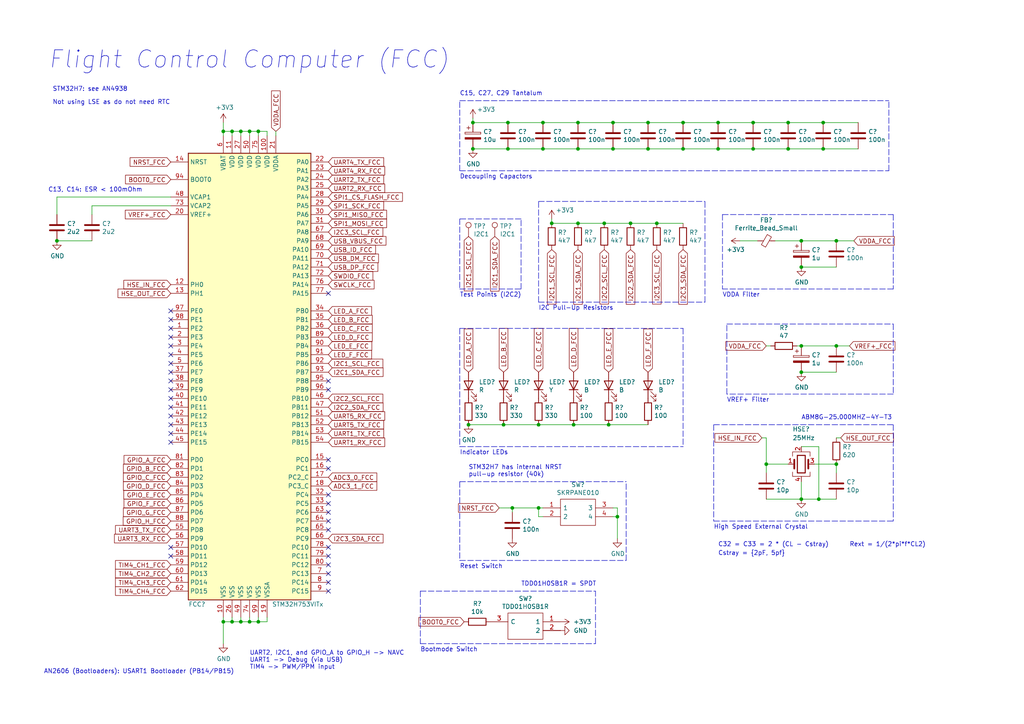
<source format=kicad_sch>
(kicad_sch (version 20231120) (generator "eeschema") (generator_version "8.0")
  (paper "A4")
  (title_block (title "Flight Control Computer") (date "2025-02-04") (rev "0.1"))
  (lib_symbols
    (symbol "Connector:TestPoint" (pin_numbers hide) (pin_names (offset 0.762) hide)
      (property "Reference" "TP" (at 0 6.858 0))
      (property "Value" "TestPoint" (at 0 5.08 0))
      (symbol "TestPoint_0_1"
        (circle (center 0 3.302) (radius 0.762))
      )
      (symbol "TestPoint_1_1"
        (pin passive line (at 0 0 90) (length 2.54) (name "1") (number "1"))
      )
    )
    (symbol "Device:C" (pin_numbers hide) (pin_names (offset 0.254))
      (property "Reference" "C" (at 0.635 2.54 0))
      (property "Value" "C" (at 0.635 -2.54 0))
      (symbol "C_0_1"
        (polyline (pts (xy -2.032 -0.762) (xy 2.032 -0.762)) (stroke (width 0.508)))
        (polyline (pts (xy -2.032 0.762) (xy 2.032 0.762)) (stroke (width 0.508)))
      )
      (symbol "C_1_1"
        (pin passive line (at 0 3.81 270) (length 2.794) (name "~") (number "1"))
        (pin passive line (at 0 -3.81 90) (length 2.794) (name "~") (number "2"))
      )
    )
    (symbol "Device:Crystal_GND24" (pin_names (offset 1.016) hide)
      (property "Reference" "Y" (at 3.175 5.08 0))
      (property "Value" "Crystal_GND24" (at 3.175 3.175 0))
      (symbol "Crystal_GND24_0_1"
        (rectangle (start -1.143 2.54) (end 1.143 -2.54) (stroke (width 0.3048)))
        (polyline (pts (xy -2.54 0) (xy -2.032 0)))
        (polyline (pts (xy -2.032 -1.27) (xy -2.032 1.27)) (stroke (width 0.508)))
        (polyline (pts (xy 0 -3.81) (xy 0 -3.556)))
        (polyline (pts (xy 0 3.556) (xy 0 3.81)))
        (polyline (pts (xy 2.032 -1.27) (xy 2.032 1.27)) (stroke (width 0.508)))
        (polyline (pts (xy 2.032 0) (xy 2.54 0)))
        (polyline (pts (xy -2.54 -2.286) (xy -2.54 -3.556) (xy 2.54 -3.556) (xy 2.54 -2.286)))
        (polyline (pts (xy -2.54 2.286) (xy -2.54 3.556) (xy 2.54 3.556) (xy 2.54 2.286)))
      )
      (symbol "Crystal_GND24_1_1"
        (pin passive line (at -3.81 0 0) (length 1.27) (name "1") (number "1"))
        (pin passive line (at 0 5.08 270) (length 1.27) (name "2") (number "2"))
        (pin passive line (at 3.81 0 180) (length 1.27) (name "3") (number "3"))
        (pin passive line (at 0 -5.08 90) (length 1.27) (name "4") (number "4"))
      )
    )
    (symbol "Device:LED" (pin_numbers hide) (pin_names (offset 1.016) hide)
      (property "Reference" "D" (at 0 2.54 0))
      (property "Value" "LED" (at 0 -2.54 0))
      (symbol "LED_0_1"
        (polyline (pts (xy -1.27 -1.27) (xy -1.27 1.27)) (stroke (width 0.254)))
        (polyline (pts (xy -1.27 0) (xy 1.27 0)))
        (polyline (pts (xy 1.27 -1.27) (xy 1.27 1.27) (xy -1.27 0) (xy 1.27 -1.27)) (stroke (width 0.254)))
        (polyline (pts (xy -3.048 -0.762) (xy -4.572 -2.286) (xy -3.81 -2.286) (xy -4.572 -2.286) (xy -4.572 -1.524)))
        (polyline (pts (xy -1.778 -0.762) (xy -3.302 -2.286) (xy -2.54 -2.286) (xy -3.302 -2.286) (xy -3.302 -1.524)))
      )
      (symbol "LED_1_1"
        (pin passive line (at -3.81 0 0) (length 2.54) (name "K") (number "1"))
        (pin passive line (at 3.81 0 180) (length 2.54) (name "A") (number "2"))
      )
    )
    (symbol "Device:R" (pin_numbers hide) (pin_names (offset 0))
      (property "Reference" "R" (at 2.032 0 90))
      (property "Value" "R" (at 0 0 90))
      (symbol "R_0_1"
        (rectangle (start -1.016 -2.54) (end 1.016 2.54) (stroke (width 0.254)))
      )
      (symbol "R_1_1"
        (pin passive line (at 0 3.81 270) (length 1.27) (name "~") (number "1"))
        (pin passive line (at 0 -3.81 90) (length 1.27) (name "~") (number "2"))
      )
    )
    (symbol "Hades-rescue:+3V3-power" (power) (pin_names (offset 0))
      (property "Value" "power:+3V3" (at 0 3.556 0))
      (symbol "+3V3-power_0_1"
        (polyline (pts (xy -0.762 1.27) (xy 0 2.54)))
        (polyline (pts (xy 0 0) (xy 0 2.54)))
        (polyline (pts (xy 0 2.54) (xy 0.762 1.27)))
      )
      (symbol "+3V3-power_1_1"
        (pin power_in line (at 0 0 90) (length 0) hide (name "+3V3") (number "1"))
      )
    )
    (symbol "Hades-rescue:CP-Device" (pin_numbers hide) (pin_names (offset 0.254))
      (property "Reference" "C" (at 0.635 2.54 0))
      (property "Value" "Device:CP" (at 0.635 -2.54 0))
      (symbol "CP-Device_0_1"
        (rectangle (start -2.286 0.508) (end -2.286 1.016))
        (rectangle (start -2.286 0.508) (end 2.286 0.508))
        (polyline (pts (xy -1.778 2.286) (xy -0.762 2.286)))
        (polyline (pts (xy -1.27 2.794) (xy -1.27 1.778)))
        (rectangle (start 2.286 -0.508) (end -2.286 -1.016) (fill (type outline)))
        (rectangle (start 2.286 1.016) (end -2.286 1.016))
        (rectangle (start 2.286 1.016) (end 2.286 0.508))
      )
      (symbol "CP-Device_1_1"
        (pin passive line (at 0 3.81 270) (length 2.794) (name "~") (number "1"))
        (pin passive line (at 0 -3.81 90) (length 2.794) (name "~") (number "2"))
      )
    )
    (symbol "Hades-rescue:Ferrite_Bead_Small-Device" (pin_numbers hide) (pin_names (offset 0))
      (property "Reference" "L" (at 1.905 1.27 0))
      (property "Value" "Device:Ferrite_Bead_Small" (at 1.905 -1.27 0))
      (symbol "Ferrite_Bead_Small-Device_0_1"
        (polyline (pts (xy 0 -1.27) (xy 0 -0.7874)))
        (polyline (pts (xy 0 0.889) (xy 0 1.2954)))
        (polyline (pts (xy -1.8288 0.2794) (xy -1.1176 1.4986) (xy 1.8288 -0.2032) (xy 1.1176 -1.4224) (xy -1.8288 0.2794)))
      )
      (symbol "Ferrite_Bead_Small-Device_1_1"
        (pin passive line (at 0 2.54 270) (length 1.27) (name "~") (number "1"))
        (pin passive line (at 0 -2.54 90) (length 1.27) (name "~") (number "2"))
      )
    )
    (symbol "Hades-rescue:GND-power" (power) (pin_names (offset 0))
      (property "Value" "power:GND" (at 0 -3.81 0))
      (symbol "GND-power_0_1"
        (polyline (pts (xy 0 0) (xy 0 -1.27) (xy 1.27 -1.27) (xy 0 -2.54) (xy -1.27 -1.27) (xy 0 -1.27)))
      )
      (symbol "GND-power_1_1"
        (pin power_in line (at 0 0 270) (length 0) hide (name "GND") (number "1"))
      )
    )
    (symbol "Hades-rescue:STM32H753VITx-MCU_ST_STM32H7"
      (property "Reference" "U" (at -17.78 64.77 0))
      (property "Value" "MCU_ST_STM32H7:STM32H753VITx" (at 10.16 64.77 0))
      (symbol "STM32H753VITx-MCU_ST_STM32H7_0_1"
        (rectangle (start -17.78 -66.04) (end 17.78 63.5) (stroke (width 0.254)) (fill (type background)))
      )
      (symbol "STM32H753VITx-MCU_ST_STM32H7_1_1"
        (pin bidirectional line (at -22.86 12.7 0) (length 5.08) (name "PE2") (number "1"))
        (pin power_in line (at -7.62 -71.12 90) (length 5.08) (name "VSS") (number "10"))
        (pin power_in line (at 5.08 68.58 270) (length 5.08) (name "VDD") (number "100"))
        (pin power_in line (at -5.08 68.58 270) (length 5.08) (name "VDD") (number "11"))
        (pin input line (at -22.86 25.4 0) (length 5.08) (name "PH0") (number "12"))
        (pin input line (at -22.86 22.86 0) (length 5.08) (name "PH1") (number "13"))
        (pin input line (at -22.86 60.96 0) (length 5.08) (name "NRST") (number "14"))
        (pin bidirectional line (at 22.86 -25.4 180) (length 5.08) (name "PC0") (number "15"))
        (pin bidirectional line (at 22.86 -27.94 180) (length 5.08) (name "PC1") (number "16"))
        (pin bidirectional line (at 22.86 -30.48 180) (length 5.08) (name "PC2_C") (number "17"))
        (pin bidirectional line (at 22.86 -33.02 180) (length 5.08) (name "PC3_C") (number "18"))
        (pin power_in line (at 5.08 -71.12 90) (length 5.08) (name "VSSA") (number "19"))
        (pin bidirectional line (at -22.86 10.16 0) (length 5.08) (name "PE3") (number "2"))
        (pin bidirectional line (at -22.86 45.72 0) (length 5.08) (name "VREF+") (number "20"))
        (pin power_in line (at 7.62 68.58 270) (length 5.08) (name "VDDA") (number "21"))
        (pin bidirectional line (at 22.86 60.96 180) (length 5.08) (name "PA0") (number "22"))
        (pin bidirectional line (at 22.86 58.42 180) (length 5.08) (name "PA1") (number "23"))
        (pin bidirectional line (at 22.86 55.88 180) (length 5.08) (name "PA2") (number "24"))
        (pin bidirectional line (at 22.86 53.34 180) (length 5.08) (name "PA3") (number "25"))
        (pin power_in line (at -5.08 -71.12 90) (length 5.08) (name "VSS") (number "26"))
        (pin power_in line (at -2.54 68.58 270) (length 5.08) (name "VDD") (number "27"))
        (pin bidirectional line (at 22.86 50.8 180) (length 5.08) (name "PA4") (number "28"))
        (pin bidirectional line (at 22.86 48.26 180) (length 5.08) (name "PA5") (number "29"))
        (pin bidirectional line (at -22.86 7.62 0) (length 5.08) (name "PE4") (number "3"))
        (pin bidirectional line (at 22.86 45.72 180) (length 5.08) (name "PA6") (number "30"))
        (pin bidirectional line (at 22.86 43.18 180) (length 5.08) (name "PA7") (number "31"))
        (pin bidirectional line (at 22.86 -35.56 180) (length 5.08) (name "PC4") (number "32"))
        (pin bidirectional line (at 22.86 -38.1 180) (length 5.08) (name "PC5") (number "33"))
        (pin bidirectional line (at 22.86 17.78 180) (length 5.08) (name "PB0") (number "34"))
        (pin bidirectional line (at 22.86 15.24 180) (length 5.08) (name "PB1") (number "35"))
        (pin bidirectional line (at 22.86 12.7 180) (length 5.08) (name "PB2") (number "36"))
        (pin bidirectional line (at -22.86 0 0) (length 5.08) (name "PE7") (number "37"))
        (pin bidirectional line (at -22.86 -2.54 0) (length 5.08) (name "PE8") (number "38"))
        (pin bidirectional line (at -22.86 -5.08 0) (length 5.08) (name "PE9") (number "39"))
        (pin bidirectional line (at -22.86 5.08 0) (length 5.08) (name "PE5") (number "4"))
        (pin bidirectional line (at -22.86 -7.62 0) (length 5.08) (name "PE10") (number "40"))
        (pin bidirectional line (at -22.86 -10.16 0) (length 5.08) (name "PE11") (number "41"))
        (pin bidirectional line (at -22.86 -12.7 0) (length 5.08) (name "PE12") (number "42"))
        (pin bidirectional line (at -22.86 -15.24 0) (length 5.08) (name "PE13") (number "43"))
        (pin bidirectional line (at -22.86 -17.78 0) (length 5.08) (name "PE14") (number "44"))
        (pin bidirectional line (at -22.86 -20.32 0) (length 5.08) (name "PE15") (number "45"))
        (pin bidirectional line (at 22.86 -7.62 180) (length 5.08) (name "PB10") (number "46"))
        (pin bidirectional line (at 22.86 -10.16 180) (length 5.08) (name "PB11") (number "47"))
        (pin power_in line (at -22.86 50.8 0) (length 5.08) (name "VCAP1") (number "48"))
        (pin power_in line (at -2.54 -71.12 90) (length 5.08) (name "VSS") (number "49"))
        (pin bidirectional line (at -22.86 2.54 0) (length 5.08) (name "PE6") (number "5"))
        (pin power_in line (at 0 68.58 270) (length 5.08) (name "VDD") (number "50"))
        (pin bidirectional line (at 22.86 -12.7 180) (length 5.08) (name "PB12") (number "51"))
        (pin bidirectional line (at 22.86 -15.24 180) (length 5.08) (name "PB13") (number "52"))
        (pin bidirectional line (at 22.86 -17.78 180) (length 5.08) (name "PB14") (number "53"))
        (pin bidirectional line (at 22.86 -20.32 180) (length 5.08) (name "PB15") (number "54"))
        (pin bidirectional line (at -22.86 -45.72 0) (length 5.08) (name "PD8") (number "55"))
        (pin bidirectional line (at -22.86 -48.26 0) (length 5.08) (name "PD9") (number "56"))
        (pin bidirectional line (at -22.86 -50.8 0) (length 5.08) (name "PD10") (number "57"))
        (pin bidirectional line (at -22.86 -53.34 0) (length 5.08) (name "PD11") (number "58"))
        (pin bidirectional line (at -22.86 -55.88 0) (length 5.08) (name "PD12") (number "59"))
        (pin power_in line (at -7.62 68.58 270) (length 5.08) (name "VBAT") (number "6"))
        (pin bidirectional line (at -22.86 -58.42 0) (length 5.08) (name "PD13") (number "60"))
        (pin bidirectional line (at -22.86 -60.96 0) (length 5.08) (name "PD14") (number "61"))
        (pin bidirectional line (at -22.86 -63.5 0) (length 5.08) (name "PD15") (number "62"))
        (pin bidirectional line (at 22.86 -40.64 180) (length 5.08) (name "PC6") (number "63"))
        (pin bidirectional line (at 22.86 -43.18 180) (length 5.08) (name "PC7") (number "64"))
        (pin bidirectional line (at 22.86 -45.72 180) (length 5.08) (name "PC8") (number "65"))
        (pin bidirectional line (at 22.86 -48.26 180) (length 5.08) (name "PC9") (number "66"))
        (pin bidirectional line (at 22.86 40.64 180) (length 5.08) (name "PA8") (number "67"))
        (pin bidirectional line (at 22.86 38.1 180) (length 5.08) (name "PA9") (number "68"))
        (pin bidirectional line (at 22.86 35.56 180) (length 5.08) (name "PA10") (number "69"))
        (pin bidirectional line (at 22.86 -58.42 180) (length 5.08) (name "PC13") (number "7"))
        (pin bidirectional line (at 22.86 33.02 180) (length 5.08) (name "PA11") (number "70"))
        (pin bidirectional line (at 22.86 30.48 180) (length 5.08) (name "PA12") (number "71"))
        (pin bidirectional line (at 22.86 27.94 180) (length 5.08) (name "PA13") (number "72"))
        (pin power_in line (at -22.86 48.26 0) (length 5.08) (name "VCAP2") (number "73"))
        (pin power_in line (at 0 -71.12 90) (length 5.08) (name "VSS") (number "74"))
        (pin power_in line (at 2.54 68.58 270) (length 5.08) (name "VDD") (number "75"))
        (pin bidirectional line (at 22.86 25.4 180) (length 5.08) (name "PA14") (number "76"))
        (pin bidirectional line (at 22.86 22.86 180) (length 5.08) (name "PA15") (number "77"))
        (pin bidirectional line (at 22.86 -50.8 180) (length 5.08) (name "PC10") (number "78"))
        (pin bidirectional line (at 22.86 -53.34 180) (length 5.08) (name "PC11") (number "79"))
        (pin bidirectional line (at 22.86 -60.96 180) (length 5.08) (name "PC14") (number "8"))
        (pin bidirectional line (at 22.86 -55.88 180) (length 5.08) (name "PC12") (number "80"))
        (pin bidirectional line (at -22.86 -25.4 0) (length 5.08) (name "PD0") (number "81"))
        (pin bidirectional line (at -22.86 -27.94 0) (length 5.08) (name "PD1") (number "82"))
        (pin bidirectional line (at -22.86 -30.48 0) (length 5.08) (name "PD2") (number "83"))
        (pin bidirectional line (at -22.86 -33.02 0) (length 5.08) (name "PD3") (number "84"))
        (pin bidirectional line (at -22.86 -35.56 0) (length 5.08) (name "PD4") (number "85"))
        (pin bidirectional line (at -22.86 -38.1 0) (length 5.08) (name "PD5") (number "86"))
        (pin bidirectional line (at -22.86 -40.64 0) (length 5.08) (name "PD6") (number "87"))
        (pin bidirectional line (at -22.86 -43.18 0) (length 5.08) (name "PD7") (number "88"))
        (pin bidirectional line (at 22.86 10.16 180) (length 5.08) (name "PB3") (number "89"))
        (pin bidirectional line (at 22.86 -63.5 180) (length 5.08) (name "PC15") (number "9"))
        (pin bidirectional line (at 22.86 7.62 180) (length 5.08) (name "PB4") (number "90"))
        (pin bidirectional line (at 22.86 5.08 180) (length 5.08) (name "PB5") (number "91"))
        (pin bidirectional line (at 22.86 2.54 180) (length 5.08) (name "PB6") (number "92"))
        (pin bidirectional line (at 22.86 0 180) (length 5.08) (name "PB7") (number "93"))
        (pin input line (at -22.86 55.88 0) (length 5.08) (name "BOOT0") (number "94"))
        (pin bidirectional line (at 22.86 -2.54 180) (length 5.08) (name "PB8") (number "95"))
        (pin bidirectional line (at 22.86 -5.08 180) (length 5.08) (name "PB9") (number "96"))
        (pin bidirectional line (at -22.86 17.78 0) (length 5.08) (name "PE0") (number "97"))
        (pin bidirectional line (at -22.86 15.24 0) (length 5.08) (name "PE1") (number "98"))
        (pin power_in line (at 2.54 -71.12 90) (length 5.08) (name "VSS") (number "99"))
      )
    )
    (symbol "SKRPANE010:SKRPANE010" (pin_names (offset 0.762))
      (property "Reference" "S" (at 16.51 7.62 0))
      (property "Value" "SKRPANE010" (at 16.51 5.08 0))
      (symbol "SKRPANE010_0_0"
        (pin unspecified line (at 0 0 0) (length 5.08) (name "1") (number "1"))
        (pin unspecified line (at 0 -2.54 0) (length 5.08) (name "2") (number "2"))
        (pin unspecified line (at 20.32 0 180) (length 5.08) (name "3") (number "3"))
        (pin unspecified line (at 20.32 -2.54 180) (length 5.08) (name "4") (number "4"))
      )
      (symbol "SKRPANE010_0_1"
        (polyline (pts (xy 5.08 2.54) (xy 15.24 2.54) (xy 15.24 -5.08) (xy 5.08 -5.08) (xy 5.08 2.54)) (stroke (width 0.1524)))
      )
    )
    (symbol "TDD01H0SB1R:TDD01H0SB1R" (pin_names (offset 0.762))
      (property "Reference" "S" (at 16.51 7.62 0))
      (property "Value" "TDD01H0SB1R" (at 16.51 5.08 0))
      (symbol "TDD01H0SB1R_0_0"
        (pin unspecified line (at 0 0 0) (length 5.08) (name "1") (number "1"))
        (pin unspecified line (at 0 -2.54 0) (length 5.08) (name "2") (number "2"))
        (pin unspecified line (at 20.32 0 180) (length 5.08) (name "C") (number "3"))
      )
      (symbol "TDD01H0SB1R_0_1"
        (polyline (pts (xy 5.08 2.54) (xy 15.24 2.54) (xy 15.24 -5.08) (xy 5.08 -5.08) (xy 5.08 2.54)) (stroke (width 0.1524)))
      )
    )
  )
  (junction (at 69.85 180.34))
  (junction (at 237.49 144.78))
  (junction (at 67.31 38.1))
  (junction (at 157.48 43.18))
  (junction (at 74.93 38.1))
  (junction (at 135.89 123.19))
  (junction (at 222.25 134.62))
  (junction (at 72.39 38.1))
  (junction (at 232.41 107.95))
  (junction (at 148.59 147.32))
  (junction (at 218.44 43.18))
  (junction (at 228.6 43.18))
  (junction (at 16.51 69.85))
  (junction (at 177.8 43.18))
  (junction (at 179.07 149.86))
  (junction (at 160.02 64.77))
  (junction (at 175.26 64.77))
  (junction (at 147.32 43.18))
  (junction (at 238.76 43.18))
  (junction (at 156.21 147.32))
  (junction (at 167.64 64.77))
  (junction (at 208.28 43.18))
  (junction (at 242.57 134.62))
  (junction (at 190.5 64.77))
  (junction (at 232.41 100.33))
  (junction (at 228.6 35.56))
  (junction (at 166.37 123.19))
  (junction (at 137.16 35.56))
  (junction (at 182.88 64.77))
  (junction (at 242.57 100.33))
  (junction (at 242.57 69.85))
  (junction (at 64.77 180.34))
  (junction (at 232.41 77.47))
  (junction (at 147.32 35.56))
  (junction (at 167.64 43.18))
  (junction (at 146.05 123.19))
  (junction (at 67.31 180.34))
  (junction (at 208.28 35.56))
  (junction (at 137.16 43.18))
  (junction (at 157.48 35.56))
  (junction (at 238.76 35.56))
  (junction (at 74.93 180.34))
  (junction (at 156.21 123.19))
  (junction (at 64.77 38.1))
  (junction (at 72.39 180.34))
  (junction (at 187.96 35.56))
  (junction (at 187.96 43.18))
  (junction (at 198.12 43.18))
  (junction (at 167.64 35.56))
  (junction (at 177.8 35.56))
  (junction (at 232.41 144.78))
  (junction (at 232.41 69.85))
  (junction (at 218.44 35.56))
  (junction (at 198.12 35.56))
  (junction (at 176.53 123.19))
  (junction (at 69.85 38.1))
  (no_connect (at 95.25 148.59))
  (no_connect (at 49.53 161.29))
  (no_connect (at 95.25 161.29))
  (no_connect (at 49.53 95.25))
  (no_connect (at 49.53 97.79))
  (no_connect (at 95.25 168.91))
  (no_connect (at 49.53 125.73))
  (no_connect (at 95.25 151.13))
  (no_connect (at 95.25 146.05))
  (no_connect (at 49.53 107.95))
  (no_connect (at 49.53 123.19))
  (no_connect (at 49.53 118.11))
  (no_connect (at 49.53 110.49))
  (no_connect (at 95.25 110.49))
  (no_connect (at 49.53 158.75))
  (no_connect (at 95.25 135.89))
  (no_connect (at 95.25 153.67))
  (no_connect (at 49.53 120.65))
  (no_connect (at 95.25 163.83))
  (no_connect (at 49.53 100.33))
  (no_connect (at 95.25 158.75))
  (no_connect (at 49.53 113.03))
  (no_connect (at 49.53 90.17))
  (no_connect (at 49.53 128.27))
  (no_connect (at 49.53 115.57))
  (no_connect (at 49.53 105.41))
  (no_connect (at 95.25 113.03))
  (no_connect (at 95.25 143.51))
  (no_connect (at 95.25 171.45))
  (no_connect (at 95.25 166.37))
  (no_connect (at 49.53 102.87))
  (no_connect (at 49.53 92.71))
  (no_connect (at 95.25 85.09))
  (no_connect (at 95.25 133.35))
  (wire (pts (xy 198.12 64.77) (xy 190.5 64.77)))
  (polyline (pts (xy 257.81 49.53) (xy 257.81 29.21)) (stroke (width 0) (type dash)))
  (polyline (pts (xy 133.35 49.53) (xy 257.81 49.53)) (stroke (width 0) (type dash)))
  (wire (pts (xy 177.8 147.32) (xy 179.07 147.32)))
  (wire (pts (xy 146.05 123.19) (xy 135.89 123.19)))
  (wire (pts (xy 166.37 123.19) (xy 156.21 123.19)))
  (wire (pts (xy 74.93 179.07) (xy 74.93 180.34)))
  (wire (pts (xy 74.93 38.1) (xy 72.39 38.1)))
  (polyline (pts (xy 151.13 63.5) (xy 133.35 63.5)) (stroke (width 0) (type dash)))
  (polyline (pts (xy 172.72 186.69) (xy 172.72 171.45)) (stroke (width 0) (type dash)))
  (wire (pts (xy 16.51 57.15) (xy 16.51 62.23)))
  (wire (pts (xy 176.53 123.19) (xy 166.37 123.19)))
  (polyline (pts (xy 204.47 87.63) (xy 204.47 58.42)) (stroke (width 0) (type dash)))
  (wire (pts (xy 77.47 39.37) (xy 77.47 38.1)))
  (wire (pts (xy 67.31 179.07) (xy 67.31 180.34)))
  (wire (pts (xy 72.39 39.37) (xy 72.39 38.1)))
  (wire (pts (xy 214.63 69.85) (xy 219.71 69.85)))
  (wire (pts (xy 156.21 149.86) (xy 156.21 147.32)))
  (polyline (pts (xy 133.35 129.54) (xy 198.12 129.54)) (stroke (width 0) (type dash)))
  (wire (pts (xy 137.16 34.29) (xy 137.16 35.56)))
  (wire (pts (xy 222.25 127) (xy 220.98 127)))
  (wire (pts (xy 26.67 69.85) (xy 16.51 69.85)))
  (polyline (pts (xy 121.92 186.69) (xy 172.72 186.69)) (stroke (width 0) (type dash)))
  (polyline (pts (xy 133.35 95.25) (xy 133.35 129.54)) (stroke (width 0) (type dash)))
  (wire (pts (xy 242.57 144.78) (xy 237.49 144.78)))
  (wire (pts (xy 179.07 149.86) (xy 179.07 156.21)))
  (wire (pts (xy 144.78 147.32) (xy 148.59 147.32)))
  (wire (pts (xy 64.77 38.1) (xy 64.77 39.37)))
  (wire (pts (xy 187.96 35.56) (xy 198.12 35.56)))
  (polyline (pts (xy 121.92 171.45) (xy 172.72 171.45)) (stroke (width 0) (type dash)))
  (wire (pts (xy 26.67 59.69) (xy 49.53 59.69)))
  (polyline (pts (xy 210.82 114.3) (xy 210.82 93.98)) (stroke (width 0) (type dash)))
  (polyline (pts (xy 133.35 83.82) (xy 151.13 83.82)) (stroke (width 0) (type dash)))
  (wire (pts (xy 182.88 64.77) (xy 175.26 64.77)))
  (wire (pts (xy 208.28 35.56) (xy 198.12 35.56)))
  (wire (pts (xy 74.93 39.37) (xy 74.93 38.1)))
  (wire (pts (xy 67.31 38.1) (xy 64.77 38.1)))
  (wire (pts (xy 67.31 39.37) (xy 67.31 38.1)))
  (wire (pts (xy 179.07 147.32) (xy 179.07 149.86)))
  (wire (pts (xy 77.47 179.07) (xy 77.47 180.34)))
  (wire (pts (xy 69.85 39.37) (xy 69.85 38.1)))
  (wire (pts (xy 222.25 127) (xy 222.25 134.62)))
  (wire (pts (xy 148.59 148.59) (xy 148.59 147.32)))
  (wire (pts (xy 69.85 179.07) (xy 69.85 180.34)))
  (wire (pts (xy 218.44 35.56) (xy 208.28 35.56)))
  (polyline (pts (xy 133.35 49.53) (xy 133.35 29.21)) (stroke (width 0) (type dash)))
  (polyline (pts (xy 133.35 63.5) (xy 133.35 83.82)) (stroke (width 0) (type dash)))
  (wire (pts (xy 160.02 63.5) (xy 160.02 64.77)))
  (wire (pts (xy 69.85 38.1) (xy 67.31 38.1)))
  (polyline (pts (xy 121.92 171.45) (xy 121.92 186.69)) (stroke (width 0) (type dash)))
  (wire (pts (xy 26.67 59.69) (xy 26.67 62.23)))
  (polyline (pts (xy 151.13 83.82) (xy 151.13 63.5)) (stroke (width 0) (type dash)))
  (wire (pts (xy 16.51 57.15) (xy 49.53 57.15)))
  (polyline (pts (xy 156.21 58.42) (xy 204.47 58.42)) (stroke (width 0) (type dash)))
  (polyline (pts (xy 207.01 123.19) (xy 207.01 151.13)) (stroke (width 0) (type dash)))
  (wire (pts (xy 237.49 144.78) (xy 232.41 144.78)))
  (wire (pts (xy 232.41 129.54) (xy 237.49 129.54)))
  (wire (pts (xy 137.16 35.56) (xy 147.32 35.56)))
  (wire (pts (xy 247.65 69.85) (xy 242.57 69.85)))
  (polyline (pts (xy 133.35 139.7) (xy 181.61 139.7)) (stroke (width 0) (type dash)))
  (wire (pts (xy 157.48 43.18) (xy 147.32 43.18)))
  (wire (pts (xy 148.59 147.32) (xy 156.21 147.32)))
  (polyline (pts (xy 259.08 62.23) (xy 259.08 83.82)) (stroke (width 0) (type dash)))
  (wire (pts (xy 232.41 100.33) (xy 242.57 100.33)))
  (wire (pts (xy 187.96 43.18) (xy 177.8 43.18)))
  (polyline (pts (xy 259.08 93.98) (xy 259.08 114.3)) (stroke (width 0) (type dash)))
  (wire (pts (xy 248.92 43.18) (xy 238.76 43.18)))
  (wire (pts (xy 223.52 100.33) (xy 222.25 100.33)))
  (polyline (pts (xy 133.35 29.21) (xy 257.81 29.21)) (stroke (width 0) (type dash)))
  (wire (pts (xy 167.64 35.56) (xy 177.8 35.56)))
  (wire (pts (xy 243.84 127) (xy 242.57 127)))
  (wire (pts (xy 72.39 179.07) (xy 72.39 180.34)))
  (wire (pts (xy 246.38 100.33) (xy 242.57 100.33)))
  (wire (pts (xy 177.8 35.56) (xy 187.96 35.56)))
  (polyline (pts (xy 209.55 62.23) (xy 209.55 83.82)) (stroke (width 0) (type dash)))
  (wire (pts (xy 218.44 43.18) (xy 208.28 43.18)))
  (polyline (pts (xy 259.08 114.3) (xy 210.82 114.3)) (stroke (width 0) (type dash)))
  (wire (pts (xy 242.57 137.16) (xy 242.57 134.62)))
  (wire (pts (xy 157.48 149.86) (xy 156.21 149.86)))
  (wire (pts (xy 242.57 69.85) (xy 232.41 69.85)))
  (wire (pts (xy 238.76 35.56) (xy 228.6 35.56)))
  (wire (pts (xy 72.39 180.34) (xy 69.85 180.34)))
  (wire (pts (xy 72.39 38.1) (xy 69.85 38.1)))
  (wire (pts (xy 176.53 123.19) (xy 187.96 123.19)))
  (wire (pts (xy 80.01 39.37) (xy 80.01 38.1)))
  (wire (pts (xy 222.25 144.78) (xy 232.41 144.78)))
  (polyline (pts (xy 133.35 139.7) (xy 133.35 162.56)) (stroke (width 0) (type dash)))
  (wire (pts (xy 248.92 35.56) (xy 238.76 35.56)))
  (wire (pts (xy 238.76 43.18) (xy 228.6 43.18)))
  (polyline (pts (xy 210.82 93.98) (xy 259.08 93.98)) (stroke (width 0) (type dash)))
  (wire (pts (xy 228.6 43.18) (xy 218.44 43.18)))
  (wire (pts (xy 77.47 180.34) (xy 74.93 180.34)))
  (wire (pts (xy 222.25 134.62) (xy 228.6 134.62)))
  (wire (pts (xy 222.25 137.16) (xy 222.25 134.62)))
  (wire (pts (xy 190.5 64.77) (xy 182.88 64.77)))
  (wire (pts (xy 167.64 43.18) (xy 157.48 43.18)))
  (wire (pts (xy 232.41 107.95) (xy 242.57 107.95)))
  (polyline (pts (xy 156.21 87.63) (xy 156.21 58.42)) (stroke (width 0) (type dash)))
  (polyline (pts (xy 259.08 123.19) (xy 259.08 151.13)) (stroke (width 0) (type dash)))
  (wire (pts (xy 175.26 64.77) (xy 167.64 64.77)))
  (wire (pts (xy 224.79 69.85) (xy 232.41 69.85)))
  (wire (pts (xy 64.77 180.34) (xy 64.77 179.07)))
  (wire (pts (xy 167.64 64.77) (xy 160.02 64.77)))
  (wire (pts (xy 242.57 77.47) (xy 232.41 77.47)))
  (wire (pts (xy 237.49 129.54) (xy 237.49 144.78)))
  (polyline (pts (xy 207.01 151.13) (xy 259.08 151.13)) (stroke (width 0) (type dash)))
  (polyline (pts (xy 133.35 162.56) (xy 181.61 162.56)) (stroke (width 0) (type dash)))
  (polyline (pts (xy 207.01 123.19) (xy 259.08 123.19)) (stroke (width 0) (type dash)))
  (wire (pts (xy 208.28 43.18) (xy 198.12 43.18)))
  (wire (pts (xy 147.32 43.18) (xy 137.16 43.18)))
  (polyline (pts (xy 259.08 83.82) (xy 209.55 83.82)) (stroke (width 0) (type dash)))
  (wire (pts (xy 69.85 180.34) (xy 67.31 180.34)))
  (polyline (pts (xy 156.21 87.63) (xy 204.47 87.63)) (stroke (width 0) (type dash)))
  (wire (pts (xy 242.57 134.62) (xy 236.22 134.62)))
  (polyline (pts (xy 209.55 62.23) (xy 259.08 62.23)) (stroke (width 0) (type dash)))
  (wire (pts (xy 231.14 100.33) (xy 232.41 100.33)))
  (wire (pts (xy 77.47 38.1) (xy 74.93 38.1)))
  (wire (pts (xy 67.31 180.34) (xy 64.77 180.34)))
  (wire (pts (xy 74.93 180.34) (xy 72.39 180.34)))
  (wire (pts (xy 156.21 147.32) (xy 157.48 147.32)))
  (polyline (pts (xy 198.12 95.25) (xy 198.12 129.54)) (stroke (width 0) (type dash)))
  (polyline (pts (xy 133.35 95.25) (xy 198.12 95.25)) (stroke (width 0) (type dash)))
  (wire (pts (xy 64.77 186.69) (xy 64.77 180.34)))
  (wire (pts (xy 147.32 35.56) (xy 157.48 35.56)))
  (wire (pts (xy 232.41 139.7) (xy 232.41 144.78)))
  (wire (pts (xy 64.77 35.56) (xy 64.77 38.1)))
  (polyline (pts (xy 181.61 162.56) (xy 181.61 139.7)) (stroke (width 0) (type dash)))
  (wire (pts (xy 177.8 43.18) (xy 167.64 43.18)))
  (wire (pts (xy 157.48 35.56) (xy 167.64 35.56)))
  (wire (pts (xy 177.8 149.86) (xy 179.07 149.86)))
  (wire (pts (xy 198.12 43.18) (xy 187.96 43.18)))
  (wire (pts (xy 156.21 123.19) (xy 146.05 123.19)))
  (wire (pts (xy 228.6 35.56) (xy 218.44 35.56)))
  (text "VDDA Filter" (at 209.55 86.36 0) (effects (font (size 1.27 1.27)) (justify left bottom)))
  (text "Cstray = {2pF, 5pf}" (at 208.28 161.29 0) (effects (font (size 1.27 1.27)) (justify left bottom)))
  (text "Not using LSE as do not need RTC" (at 15.24 30.48 0) (effects (font (size 1.27 1.27)) (justify left bottom)))
  (text "Flight Control Computer (FCC)" (at 13.97 20.32 0) (effects (font (size 5.0038 5.0038) (italic yes)) (justify left bottom)))
  (text "I2C Pull-Up Resistors" (at 156.21 90.17 0) (effects (font (size 1.27 1.27)) (justify left bottom)))
  (text "C15, C27, C29 Tantalum" (at 133.35 27.94 0) (effects (font (size 1.27 1.27)) (justify left bottom)))
  (text "High Speed External Crystal" (at 207.01 153.67 0) (effects (font (size 1.27 1.27)) (justify left bottom)))
  (text "Indicator LEDs" (at 133.35 132.08 0) (effects (font (size 1.27 1.27)) (justify left bottom)))
  (text "Reset Switch" (at 133.35 165.1 0) (effects (font (size 1.27 1.27)) (justify left bottom)))
  (text "C13, C14: ESR < 100mOhm" (at 13.97 55.88 0) (effects (font (size 1.27 1.27)) (justify left bottom)))
  (text "AN2606 (Bootloaders): USART1 Bootloader (PB14/PB15)" (at 12.7 195.58 0) (effects (font (size 1.27 1.27)) (justify left bottom)))
  (text "Decoupling Capactors" (at 133.35 52.07 0) (effects (font (size 1.27 1.27)) (justify left bottom)))
  (text "C32 = C33 = 2 * (CL - Cstray)" (at 208.28 158.75 0) (effects (font (size 1.27 1.27)) (justify left bottom)))
  (text "Bootmode Switch" (at 121.92 189.23 0) (effects (font (size 1.27 1.27)) (justify left bottom)))
  (text "UART2, I2C1, and GPIO_A to GPIO_H -> NAVC\nUART1 -> Debug (via USB)\nTIM4 -> PWM/PPM input\n" (at 72.39 194.31 0) (effects (font (size 1.27 1.27)) (justify left bottom)))
  (text "Test Points (I2C2)" (at 133.35 86.36 0) (effects (font (size 1.27 1.27)) (justify left bottom)))
  (text "STM32H7 has internal NRST \npull-up resistor (40k)" (at 135.89 138.43 0) (effects (font (size 1.27 1.27)) (justify left bottom)))
  (text "STM32H7: see AN4938" (at 15.24 26.67 0) (effects (font (size 1.27 1.27)) (justify left bottom)))
  (text "Rext = 1/(2*pi*f*CL2)" (at 246.38 158.75 0) (effects (font (size 1.27 1.27)) (justify left bottom)))
  (text "ABM8G-25.000MHZ-4Y-T3" (at 232.41 121.92 0) (effects (font (size 1.27 1.27)) (justify left bottom)))
  (text "TDD01H0SB1R = SPDT" (at 151.13 170.18 0) (effects (font (size 1.27 1.27)) (justify left bottom)))
  (text "VREF+ Filter" (at 210.82 116.84 0) (effects (font (size 1.27 1.27)) (justify left bottom)))
  (global_label "TIM4_CH1_FCC" (shape input) (at 49.53 163.83 180) (property "Intersheetrefs" "${INTERSHEET_REFS}" (effects (hide yes))))
  (global_label "I2C2_SCL_FCC" (shape input) (at 95.25 115.57 0) (property "Intersheetrefs" "${INTERSHEET_REFS}" (effects (hide yes))))
  (global_label "LED_E_FCC" (shape input) (at 95.25 100.33 0) (property "Intersheetrefs" "${INTERSHEET_REFS}" (effects (hide yes))))
  (global_label "SPI1_CS_FLASH_FCC" (shape input) (at 95.25 57.15 0) (property "Intersheetrefs" "${INTERSHEET_REFS}" (effects (hide yes))))
  (global_label "I2C2_SCL_FCC" (shape input) (at 175.26 72.39 270) (property "Intersheetrefs" "${INTERSHEET_REFS}" (effects (hide yes))))
  (global_label "NRST_FCC" (shape input) (at 49.53 46.99 180) (property "Intersheetrefs" "${INTERSHEET_REFS}" (effects (hide yes))))
  (global_label "HSE_IN_FCC" (shape input) (at 220.98 127 180) (property "Intersheetrefs" "${INTERSHEET_REFS}" (effects (hide yes))))
  (global_label "SPI1_MISO_FCC" (shape input) (at 95.25 62.23 0) (property "Intersheetrefs" "${INTERSHEET_REFS}" (effects (hide yes))))
  (global_label "BOOT0_FCC" (shape input) (at 49.53 52.07 180) (property "Intersheetrefs" "${INTERSHEET_REFS}" (effects (hide yes))))
  (global_label "LED_F_FCC" (shape input) (at 95.25 102.87 0) (property "Intersheetrefs" "${INTERSHEET_REFS}" (effects (hide yes))))
  (global_label "VREF+_FCC" (shape input) (at 246.38 100.33 0) (property "Intersheetrefs" "${INTERSHEET_REFS}" (effects (hide yes))))
  (global_label "UART1_TX_FCC" (shape input) (at 95.25 125.73 0) (property "Intersheetrefs" "${INTERSHEET_REFS}" (effects (hide yes))))
  (global_label "I2C1_SCL_FCC" (shape input) (at 160.02 72.39 270) (property "Intersheetrefs" "${INTERSHEET_REFS}" (effects (hide yes))))
  (global_label "I2C3_SDA_FCC" (shape input) (at 95.25 156.21 0) (property "Intersheetrefs" "${INTERSHEET_REFS}" (effects (hide yes))))
  (global_label "GPIO_B_FCC" (shape input) (at 49.53 135.89 180) (property "Intersheetrefs" "${INTERSHEET_REFS}" (effects (hide yes))))
  (global_label "LED_F_FCC" (shape input) (at 187.96 107.95 90) (property "Intersheetrefs" "${INTERSHEET_REFS}" (effects (hide yes))))
  (global_label "SPI1_MOSI_FCC" (shape input) (at 95.25 64.77 0) (property "Intersheetrefs" "${INTERSHEET_REFS}" (effects (hide yes))))
  (global_label "GPIO_D_FCC" (shape input) (at 49.53 140.97 180) (property "Intersheetrefs" "${INTERSHEET_REFS}" (effects (hide yes))))
  (global_label "LED_A_FCC" (shape input) (at 135.89 107.95 90) (property "Intersheetrefs" "${INTERSHEET_REFS}" (effects (hide yes))))
  (global_label "BOOT0_FCC" (shape input) (at 134.62 180.34 180) (property "Intersheetrefs" "${INTERSHEET_REFS}" (effects (hide yes))))
  (global_label "ADC3_0_FCC" (shape input) (at 95.25 138.43 0) (property "Intersheetrefs" "${INTERSHEET_REFS}" (effects (hide yes))))
  (global_label "UART4_RX_FCC" (shape input) (at 95.25 49.53 0) (property "Intersheetrefs" "${INTERSHEET_REFS}" (effects (hide yes))))
  (global_label "UART1_RX_FCC" (shape input) (at 95.25 128.27 0) (property "Intersheetrefs" "${INTERSHEET_REFS}" (effects (hide yes))))
  (global_label "GPIO_E_FCC" (shape input) (at 49.53 143.51 180) (property "Intersheetrefs" "${INTERSHEET_REFS}" (effects (hide yes))))
  (global_label "TIM4_CH4_FCC" (shape input) (at 49.53 171.45 180) (property "Intersheetrefs" "${INTERSHEET_REFS}" (effects (hide yes))))
  (global_label "TIM4_CH3_FCC" (shape input) (at 49.53 168.91 180) (property "Intersheetrefs" "${INTERSHEET_REFS}" (effects (hide yes))))
  (global_label "I2C1_SCL_FCC" (shape input) (at 95.25 105.41 0) (property "Intersheetrefs" "${INTERSHEET_REFS}" (effects (hide yes))))
  (global_label "NRST_FCC" (shape input) (at 144.78 147.32 180) (property "Intersheetrefs" "${INTERSHEET_REFS}" (effects (hide yes))))
  (global_label "USB_VBUS_FCC" (shape input) (at 95.25 69.85 0) (property "Intersheetrefs" "${INTERSHEET_REFS}" (effects (hide yes))))
  (global_label "I2C3_SCL_FCC" (shape input) (at 190.5 72.39 270) (property "Intersheetrefs" "${INTERSHEET_REFS}" (effects (hide yes))))
  (global_label "UART3_RX_FCC" (shape input) (at 49.53 156.21 180) (property "Intersheetrefs" "${INTERSHEET_REFS}" (effects (hide yes))))
  (global_label "UART2_TX_FCC" (shape input) (at 95.25 52.07 0) (property "Intersheetrefs" "${INTERSHEET_REFS}" (effects (hide yes))))
  (global_label "LED_C_FCC" (shape input) (at 95.25 95.25 0) (property "Intersheetrefs" "${INTERSHEET_REFS}" (effects (hide yes))))
  (global_label "USB_ID_FCC" (shape input) (at 95.25 72.39 0) (property "Intersheetrefs" "${INTERSHEET_REFS}" (effects (hide yes))))
  (global_label "GPIO_A_FCC" (shape input) (at 49.53 133.35 180) (property "Intersheetrefs" "${INTERSHEET_REFS}" (effects (hide yes))))
  (global_label "I2C3_SCL_FCC" (shape input) (at 95.25 67.31 0) (property "Intersheetrefs" "${INTERSHEET_REFS}" (effects (hide yes))))
  (global_label "UART4_TX_FCC" (shape input) (at 95.25 46.99 0) (property "Intersheetrefs" "${INTERSHEET_REFS}" (effects (hide yes))))
  (global_label "USB_DM_FCC" (shape input) (at 95.25 74.93 0) (property "Intersheetrefs" "${INTERSHEET_REFS}" (effects (hide yes))))
  (global_label "HSE_OUT_FCC" (shape input) (at 243.84 127 0) (property "Intersheetrefs" "${INTERSHEET_REFS}" (effects (hide yes))))
  (global_label "I2C2_SDA_FCC" (shape input) (at 182.88 72.39 270) (property "Intersheetrefs" "${INTERSHEET_REFS}" (effects (hide yes))))
  (global_label "HSE_OUT_FCC" (shape input) (at 49.53 85.09 180) (property "Intersheetrefs" "${INTERSHEET_REFS}" (effects (hide yes))))
  (global_label "UART2_RX_FCC" (shape input) (at 95.25 54.61 0) (property "Intersheetrefs" "${INTERSHEET_REFS}" (effects (hide yes))))
  (global_label "SWCLK_FCC" (shape input) (at 95.25 82.55 0) (property "Intersheetrefs" "${INTERSHEET_REFS}" (effects (hide yes))))
  (global_label "I2C2_SDA_FCC" (shape input) (at 95.25 118.11 0) (property "Intersheetrefs" "${INTERSHEET_REFS}" (effects (hide yes))))
  (global_label "LED_B_FCC" (shape input) (at 95.25 92.71 0) (property "Intersheetrefs" "${INTERSHEET_REFS}" (effects (hide yes))))
  (global_label "GPIO_H_FCC" (shape input) (at 49.53 151.13 180) (property "Intersheetrefs" "${INTERSHEET_REFS}" (effects (hide yes))))
  (global_label "GPIO_F_FCC" (shape input) (at 49.53 146.05 180) (property "Intersheetrefs" "${INTERSHEET_REFS}" (effects (hide yes))))
  (global_label "LED_C_FCC" (shape input) (at 156.21 107.95 90) (property "Intersheetrefs" "${INTERSHEET_REFS}" (effects (hide yes))))
  (global_label "TIM4_CH2_FCC" (shape input) (at 49.53 166.37 180) (property "Intersheetrefs" "${INTERSHEET_REFS}" (effects (hide yes))))
  (global_label "VDDA_FCC" (shape input) (at 80.01 38.1 90) (property "Intersheetrefs" "${INTERSHEET_REFS}" (effects (hide yes))))
  (global_label "I2C1_SCL_FCC" (shape input) (at 135.89 68.58 270) (property "Intersheetrefs" "${INTERSHEET_REFS}" (effects (hide yes))))
  (global_label "GPIO_C_FCC" (shape input) (at 49.53 138.43 180) (property "Intersheetrefs" "${INTERSHEET_REFS}" (effects (hide yes))))
  (global_label "LED_E_FCC" (shape input) (at 176.53 107.95 90) (property "Intersheetrefs" "${INTERSHEET_REFS}" (effects (hide yes))))
  (global_label "VDDA_FCC" (shape input) (at 222.25 100.33 180) (property "Intersheetrefs" "${INTERSHEET_REFS}" (effects (hide yes))))
  (global_label "LED_A_FCC" (shape input) (at 95.25 90.17 0) (property "Intersheetrefs" "${INTERSHEET_REFS}" (effects (hide yes))))
  (global_label "UART5_RX_FCC" (shape input) (at 95.25 120.65 0) (property "Intersheetrefs" "${INTERSHEET_REFS}" (effects (hide yes))))
  (global_label "HSE_IN_FCC" (shape input) (at 49.53 82.55 180) (property "Intersheetrefs" "${INTERSHEET_REFS}" (effects (hide yes))))
  (global_label "I2C1_SDA_FCC" (shape input) (at 167.64 72.39 270) (property "Intersheetrefs" "${INTERSHEET_REFS}" (effects (hide yes))))
  (global_label "USB_DP_FCC" (shape input) (at 95.25 77.47 0) (property "Intersheetrefs" "${INTERSHEET_REFS}" (effects (hide yes))))
  (global_label "VDDA_FCC" (shape input) (at 247.65 69.85 0) (property "Intersheetrefs" "${INTERSHEET_REFS}" (effects (hide yes))))
  (global_label "VREF+_FCC" (shape input) (at 49.53 62.23 180) (property "Intersheetrefs" "${INTERSHEET_REFS}" (effects (hide yes))))
  (global_label "UART5_TX_FCC" (shape input) (at 95.25 123.19 0) (property "Intersheetrefs" "${INTERSHEET_REFS}" (effects (hide yes))))
  (global_label "SPI1_SCK_FCC" (shape input) (at 95.25 59.69 0) (property "Intersheetrefs" "${INTERSHEET_REFS}" (effects (hide yes))))
  (global_label "SWDIO_FCC" (shape input) (at 95.25 80.01 0) (property "Intersheetrefs" "${INTERSHEET_REFS}" (effects (hide yes))))
  (global_label "LED_D_FCC" (shape input) (at 166.37 107.95 90) (property "Intersheetrefs" "${INTERSHEET_REFS}" (effects (hide yes))))
  (global_label "I2C3_SDA_FCC" (shape input) (at 198.12 72.39 270) (property "Intersheetrefs" "${INTERSHEET_REFS}" (effects (hide yes))))
  (global_label "I2C1_SDA_FCC" (shape input) (at 95.25 107.95 0) (property "Intersheetrefs" "${INTERSHEET_REFS}" (effects (hide yes))))
  (global_label "UART3_TX_FCC" (shape input) (at 49.53 153.67 180) (property "Intersheetrefs" "${INTERSHEET_REFS}" (effects (hide yes))))
  (global_label "LED_B_FCC" (shape input) (at 146.05 107.95 90) (property "Intersheetrefs" "${INTERSHEET_REFS}" (effects (hide yes))))
  (global_label "LED_D_FCC" (shape input) (at 95.25 97.79 0) (property "Intersheetrefs" "${INTERSHEET_REFS}" (effects (hide yes))))
  (global_label "GPIO_G_FCC" (shape input) (at 49.53 148.59 180) (property "Intersheetrefs" "${INTERSHEET_REFS}" (effects (hide yes))))
  (global_label "ADC3_1_FCC" (shape input) (at 95.25 140.97 0) (property "Intersheetrefs" "${INTERSHEET_REFS}" (effects (hide yes))))
  (global_label "I2C1_SDA_FCC" (shape input) (at 143.51 68.58 270) (property "Intersheetrefs" "${INTERSHEET_REFS}" (effects (hide yes))))
  (symbol (lib_id "Device:R") (at 160.02 68.58 0) (unit 1)
    (property "Reference" "R?" (at 161.798 67.4116 0) (effects (justify left)))
    (property "Value" "4k7" (at 161.798 69.723 0) (effects (justify left)))
    (property "Footprint" "Resistor_SMD:R_0402_1005Metric" (effects (hide yes)))
  )
  (symbol (lib_id "Device:R") (at 167.64 68.58 0) (unit 1)
    (property "Reference" "R?" (at 169.418 67.4116 0) (effects (justify left)))
    (property "Value" "4k7" (at 169.418 69.723 0) (effects (justify left)))
    (property "Footprint" "Resistor_SMD:R_0402_1005Metric" (effects (hide yes)))
  )
  (symbol (lib_id "Hades-rescue:STM32H753VITx-MCU_ST_STM32H7") (at 72.39 107.95 0) (unit 1)
    (property "Reference" "FCC?" (at 57.15 175.26 0))
    (property "Value" "STM32H753VITx" (at 86.36 175.26 0))
    (property "Footprint" "Package_QFP:LQFP-100_14x14mm_P0.5mm" (effects (hide yes)))
    (property "Datasheet" "http://www.st.com/st-web-ui/static/active/en/resource/technical/document/datasheet/DM00388325.pdf" (effects (hide yes)))
  )
  (symbol (lib_id "Hades-rescue:GND-power") (at 64.77 186.69 0) (unit 1)
    (property "Reference" "#PWR?" (effects (hide yes)))
    (property "Value" "GND" (at 64.897 191.0842 0))
  )
  (symbol (lib_id "Device:C") (at 16.51 66.04 0) (unit 1)
    (property "Reference" "C?" (at 19.431 64.8716 0) (effects (justify left)))
    (property "Value" "2u2" (at 19.431 67.183 0) (effects (justify left)))
    (property "Footprint" "Capacitor_SMD:C_0603_1608Metric" (effects (hide yes)))
  )
  (symbol (lib_id "Device:C") (at 26.67 66.04 0) (unit 1)
    (property "Reference" "C?" (at 29.591 64.8716 0) (effects (justify left)))
    (property "Value" "2u2" (at 29.591 67.183 0) (effects (justify left)))
    (property "Footprint" "Capacitor_SMD:C_0603_1608Metric" (effects (hide yes)))
  )
  (symbol (lib_id "Hades-rescue:GND-power") (at 16.51 69.85 0) (unit 1)
    (property "Reference" "#PWR?" (effects (hide yes)))
    (property "Value" "GND" (at 16.637 74.2442 0))
  )
  (symbol (lib_id "Device:C") (at 147.32 39.37 0) (unit 1)
    (property "Reference" "C?" (at 150.241 38.2016 0) (effects (justify left)))
    (property "Value" "100n" (at 150.241 40.513 0) (effects (justify left)))
    (property "Footprint" "Capacitor_SMD:C_0402_1005Metric" (effects (hide yes)))
  )
  (symbol (lib_id "Hades-rescue:CP-Device") (at 137.16 39.37 0) (unit 1)
    (property "Reference" "C?" (at 140.1572 38.2016 0) (effects (justify left)))
    (property "Value" "10u" (at 140.1572 40.513 0) (effects (justify left)))
    (property "Footprint" "Capacitor_SMD:C_0603_1608Metric" (effects (hide yes)))
  )
  (symbol (lib_id "Hades-rescue:GND-power") (at 137.16 43.18 0) (unit 1)
    (property "Reference" "#PWR?" (effects (hide yes)))
    (property "Value" "GND" (at 137.287 47.5742 0))
  )
  (symbol (lib_id "Device:C") (at 157.48 39.37 0) (unit 1)
    (property "Reference" "C?" (at 160.401 38.2016 0) (effects (justify left)))
    (property "Value" "100n" (at 160.401 40.513 0) (effects (justify left)))
    (property "Footprint" "Capacitor_SMD:C_0402_1005Metric" (effects (hide yes)))
  )
  (symbol (lib_id "Device:C") (at 167.64 39.37 0) (unit 1)
    (property "Reference" "C?" (at 170.561 38.2016 0) (effects (justify left)))
    (property "Value" "100n" (at 170.561 40.513 0) (effects (justify left)))
    (property "Footprint" "Capacitor_SMD:C_0402_1005Metric" (effects (hide yes)))
  )
  (symbol (lib_id "Device:C") (at 177.8 39.37 0) (unit 1)
    (property "Reference" "C?" (at 180.721 38.2016 0) (effects (justify left)))
    (property "Value" "100n" (at 180.721 40.513 0) (effects (justify left)))
    (property "Footprint" "Capacitor_SMD:C_0402_1005Metric" (effects (hide yes)))
  )
  (symbol (lib_id "Device:C") (at 187.96 39.37 0) (unit 1)
    (property "Reference" "C?" (at 190.881 38.2016 0) (effects (justify left)))
    (property "Value" "100n" (at 190.881 40.513 0) (effects (justify left)))
    (property "Footprint" "Capacitor_SMD:C_0402_1005Metric" (effects (hide yes)))
  )
  (symbol (lib_id "Device:C") (at 198.12 39.37 0) (unit 1)
    (property "Reference" "C?" (at 201.041 38.2016 0) (effects (justify left)))
    (property "Value" "100n" (at 201.041 40.513 0) (effects (justify left)))
    (property "Footprint" "Capacitor_SMD:C_0402_1005Metric" (effects (hide yes)))
  )
  (symbol (lib_id "Hades-rescue:CP-Device") (at 232.41 73.66 0) (unit 1)
    (property "Reference" "C?" (at 235.4072 72.4916 0) (effects (justify left)))
    (property "Value" "1u" (at 235.4072 74.803 0) (effects (justify left)))
    (property "Footprint" "Capacitor_SMD:C_0603_1608Metric" (effects (hide yes)))
  )
  (symbol (lib_id "Device:C") (at 242.57 73.66 0) (unit 1)
    (property "Reference" "C?" (at 245.491 72.4916 0) (effects (justify left)))
    (property "Value" "100n" (at 245.491 74.803 0) (effects (justify left)))
    (property "Footprint" "Capacitor_SMD:C_0402_1005Metric" (effects (hide yes)))
  )
  (symbol (lib_id "Hades-rescue:GND-power") (at 232.41 77.47 0) (unit 1)
    (property "Reference" "#PWR?" (effects (hide yes)))
    (property "Value" "GND" (at 232.537 81.8642 0))
  )
  (symbol (lib_id "Device:C") (at 208.28 39.37 0) (unit 1)
    (property "Reference" "C?" (at 211.201 38.2016 0) (effects (justify left)))
    (property "Value" "100n" (at 211.201 40.513 0) (effects (justify left)))
    (property "Footprint" "Capacitor_SMD:C_0402_1005Metric" (effects (hide yes)))
  )
  (symbol (lib_id "Device:C") (at 218.44 39.37 0) (unit 1)
    (property "Reference" "C?" (at 221.361 38.2016 0) (effects (justify left)))
    (property "Value" "100n" (at 221.361 40.513 0) (effects (justify left)))
    (property "Footprint" "Capacitor_SMD:C_0402_1005Metric" (effects (hide yes)))
  )
  (symbol (lib_id "Device:C") (at 228.6 39.37 0) (unit 1)
    (property "Reference" "C?" (at 231.521 38.2016 0) (effects (justify left)))
    (property "Value" "100n" (at 231.521 40.513 0) (effects (justify left)))
    (property "Footprint" "Capacitor_SMD:C_0402_1005Metric" (effects (hide yes)))
  )
  (symbol (lib_id "Device:C") (at 238.76 39.37 0) (unit 1)
    (property "Reference" "C?" (at 241.681 38.2016 0) (effects (justify left)))
    (property "Value" "100n" (at 241.681 40.513 0) (effects (justify left)))
    (property "Footprint" "Capacitor_SMD:C_0402_1005Metric" (effects (hide yes)))
  )
  (symbol (lib_id "Device:C") (at 248.92 39.37 0) (unit 1)
    (property "Reference" "C?" (at 251.841 38.2016 0) (effects (justify left)))
    (property "Value" "100n" (at 251.841 40.513 0) (effects (justify left)))
    (property "Footprint" "Capacitor_SMD:C_0402_1005Metric" (effects (hide yes)))
  )
  (symbol (lib_id "Hades-rescue:Ferrite_Bead_Small-Device") (at 222.25 69.85 270) (unit 1)
    (property "Reference" "FB?" (at 222.25 63.8302 90))
    (property "Value" "Ferrite_Bead_Small" (at 222.25 66.1416 90))
    (property "Footprint" "Inductor_SMD:L_0402_1005Metric" (effects (hide yes)))
  )
  (symbol (lib_id "Device:R") (at 227.33 100.33 270) (unit 1)
    (property "Reference" "R?" (at 227.33 95.0722 90))
    (property "Value" "47" (at 227.33 97.3836 90))
    (property "Footprint" "Resistor_SMD:R_0402_1005Metric" (effects (hide yes)))
  )
  (symbol (lib_id "Device:C") (at 242.57 104.14 0) (unit 1)
    (property "Reference" "C?" (at 245.491 102.9716 0) (effects (justify left)))
    (property "Value" "100n" (at 245.491 105.283 0) (effects (justify left)))
    (property "Footprint" "Capacitor_SMD:C_0402_1005Metric" (effects (hide yes)))
  )
  (symbol (lib_id "Hades-rescue:GND-power") (at 232.41 107.95 0) (unit 1)
    (property "Reference" "#PWR?" (effects (hide yes)))
    (property "Value" "GND" (at 232.537 112.3442 0))
  )
  (symbol (lib_id "Device:C") (at 148.59 152.4 0) (unit 1)
    (property "Reference" "C?" (at 151.511 151.2316 0) (effects (justify left)))
    (property "Value" "100n" (at 151.511 153.543 0) (effects (justify left)))
    (property "Footprint" "Capacitor_SMD:C_0402_1005Metric" (effects (hide yes)))
  )
  (symbol (lib_id "Hades-rescue:GND-power") (at 148.59 156.21 0) (unit 1)
    (property "Reference" "#PWR?" (effects (hide yes)))
    (property "Value" "GND" (at 148.717 160.6042 0))
  )
  (symbol (lib_id "Device:R") (at 242.57 130.81 0) (unit 1)
    (property "Reference" "R?" (at 244.348 129.6416 0) (effects (justify left)))
    (property "Value" "620" (at 244.348 131.953 0) (effects (justify left)))
    (property "Footprint" "Resistor_SMD:R_0603_1608Metric" (effects (hide yes)))
  )
  (symbol (lib_id "Hades-rescue:GND-power") (at 232.41 144.78 0) (unit 1)
    (property "Reference" "#PWR?" (effects (hide yes)))
    (property "Value" "GND" (at 232.537 149.1742 0))
  )
  (symbol (lib_id "Device:Crystal_GND24") (at 232.41 134.62 0) (unit 1)
    (property "Reference" "HSE?" (at 229.87 124.46 0) (effects (justify left)))
    (property "Value" "25MHz" (at 229.87 127 0) (effects (justify left)))
    (property "Footprint" "Crystal:Crystal_SMD_Abracon_ABM8G-4Pin_3.2x2.5mm" (effects (hide yes)))
  )
  (symbol (lib_id "Connector:TestPoint") (at 135.89 68.58 0) (unit 1)
    (property "Reference" "TP?" (at 137.3632 65.5828 0) (effects (justify left)))
    (property "Value" "I2C1" (at 137.3632 67.8942 0) (effects (justify left)))
    (property "Footprint" "TestPoint:TestPoint_Pad_D1.5mm" (effects (hide yes)))
  )
  (symbol (lib_id "Connector:TestPoint") (at 143.51 68.58 0) (unit 1)
    (property "Reference" "TP?" (at 144.9832 65.5828 0) (effects (justify left)))
    (property "Value" "I2C1" (at 144.9832 67.8942 0) (effects (justify left)))
    (property "Footprint" "TestPoint:TestPoint_Pad_D1.5mm" (effects (hide yes)))
  )
  (symbol (lib_id "Device:C") (at 222.25 140.97 0) (unit 1)
    (property "Reference" "C?" (at 225.171 139.8016 0) (effects (justify left)))
    (property "Value" "10p" (at 225.171 142.113 0) (effects (justify left)))
    (property "Footprint" "Capacitor_SMD:C_0402_1005Metric" (effects (hide yes)))
  )
  (symbol (lib_id "Device:C") (at 242.57 140.97 0) (unit 1)
    (property "Reference" "C?" (at 245.491 139.8016 0) (effects (justify left)))
    (property "Value" "10p" (at 245.491 142.113 0) (effects (justify left)))
    (property "Footprint" "Capacitor_SMD:C_0402_1005Metric" (effects (hide yes)))
  )
  (symbol (lib_id "Device:R") (at 138.43 180.34 270) (unit 1)
    (property "Reference" "R?" (at 138.43 175.0822 90))
    (property "Value" "10k" (at 138.43 177.3936 90))
    (property "Footprint" "Resistor_SMD:R_0402_1005Metric" (effects (hide yes)))
  )
  (symbol (lib_id "Hades-rescue:GND-power") (at 162.56 182.88 90) (unit 1)
    (property "Reference" "#PWR?" (effects (hide yes)))
    (property "Value" "GND" (at 166.37 182.88 90) (effects (justify right)))
  )
  (symbol (lib_id "Hades-rescue:CP-Device") (at 232.41 104.14 0) (unit 1)
    (property "Reference" "C?" (at 235.4072 102.9716 0) (effects (justify left)))
    (property "Value" "1u" (at 235.4072 105.283 0) (effects (justify left)))
    (property "Footprint" "Capacitor_SMD:C_0603_1608Metric" (effects (hide yes)))
  )
  (symbol (lib_id "Device:R") (at 190.5 68.58 0) (unit 1)
    (property "Reference" "R?" (at 192.278 67.4116 0) (effects (justify left)))
    (property "Value" "4k7" (at 192.278 69.723 0) (effects (justify left)))
    (property "Footprint" "Resistor_SMD:R_0402_1005Metric" (effects (hide yes)))
  )
  (symbol (lib_id "Device:R") (at 198.12 68.58 0) (unit 1)
    (property "Reference" "R?" (at 199.898 67.4116 0) (effects (justify left)))
    (property "Value" "4k7" (at 199.898 69.723 0) (effects (justify left)))
    (property "Footprint" "Resistor_SMD:R_0402_1005Metric" (effects (hide yes)))
  )
  (symbol (lib_id "Hades-rescue:+3V3-power") (at 64.77 35.56 0) (unit 1)
    (property "Reference" "#PWR?" (effects (hide yes)))
    (property "Value" "+3V3" (at 65.151 31.1658 0))
  )
  (symbol (lib_id "Hades-rescue:+3V3-power") (at 137.16 34.29 0) (unit 1)
    (property "Reference" "#PWR?" (effects (hide yes)))
    (property "Value" "+3V3" (at 140.97 31.75 0))
  )
  (symbol (lib_id "Hades-rescue:+3V3-power") (at 214.63 69.85 90) (unit 1)
    (property "Reference" "#PWR?" (effects (hide yes)))
    (property "Value" "+3V3" (at 213.36 72.39 90))
  )
  (symbol (lib_id "Hades-rescue:+3V3-power") (at 160.02 63.5 0) (unit 1)
    (property "Reference" "#PWR?" (effects (hide yes)))
    (property "Value" "+3V3" (at 163.83 60.96 0))
  )
  (symbol (lib_id "Device:LED") (at 135.89 111.76 90) (unit 1)
    (property "Reference" "LED?" (at 138.8872 110.7948 90) (effects (justify right)))
    (property "Value" "R" (at 138.8872 113.1062 90) (effects (justify right)))
    (property "Footprint" "LED_SMD:LED_0603_1608Metric" (effects (hide yes)))
  )
  (symbol (lib_id "Device:LED") (at 146.05 111.76 90) (unit 1)
    (property "Reference" "LED?" (at 149.0472 110.7948 90) (effects (justify right)))
    (property "Value" "R" (at 149.0472 113.1062 90) (effects (justify right)))
    (property "Footprint" "LED_SMD:LED_0603_1608Metric" (effects (hide yes)))
  )
  (symbol (lib_id "Device:LED") (at 156.21 111.76 90) (unit 1)
    (property "Reference" "LED?" (at 159.2072 110.7948 90) (effects (justify right)))
    (property "Value" "Y" (at 159.2072 113.1062 90) (effects (justify right)))
    (property "Footprint" "LED_SMD:LED_0603_1608Metric" (effects (hide yes)))
  )
  (symbol (lib_id "Device:LED") (at 166.37 111.76 90) (unit 1)
    (property "Reference" "LED?" (at 169.3672 110.7948 90) (effects (justify right)))
    (property "Value" "B" (at 169.3672 113.1062 90) (effects (justify right)))
    (property "Footprint" "LED_SMD:LED_0603_1608Metric" (effects (hide yes)))
  )
  (symbol (lib_id "Device:LED") (at 176.53 111.76 90) (unit 1)
    (property "Reference" "LED?" (at 179.5272 110.7948 90) (effects (justify right)))
    (property "Value" "B" (at 179.5272 113.1062 90) (effects (justify right)))
    (property "Footprint" "LED_SMD:LED_0603_1608Metric" (effects (hide yes)))
  )
  (symbol (lib_id "Device:LED") (at 187.96 111.76 90) (unit 1)
    (property "Reference" "LED?" (at 190.9572 110.7948 90) (effects (justify right)))
    (property "Value" "B" (at 190.9572 113.1062 90) (effects (justify right)))
    (property "Footprint" "LED_SMD:LED_0603_1608Metric" (effects (hide yes)))
  )
  (symbol (lib_id "Device:R") (at 135.89 119.38 180) (unit 1)
    (property "Reference" "R?" (at 137.668 118.2116 0) (effects (justify right)))
    (property "Value" "330" (at 137.668 120.523 0) (effects (justify right)))
    (property "Footprint" "Resistor_SMD:R_0603_1608Metric" (effects (hide yes)))
  )
  (symbol (lib_id "Device:R") (at 146.05 119.38 180) (unit 1)
    (property "Reference" "R?" (at 147.828 118.2116 0) (effects (justify right)))
    (property "Value" "330" (at 147.828 120.523 0) (effects (justify right)))
    (property "Footprint" "Resistor_SMD:R_0603_1608Metric" (effects (hide yes)))
  )
  (symbol (lib_id "Device:R") (at 156.21 119.38 180) (unit 1)
    (property "Reference" "R?" (at 157.988 118.2116 0) (effects (justify right)))
    (property "Value" "330" (at 157.988 120.523 0) (effects (justify right)))
    (property "Footprint" "Resistor_SMD:R_0603_1608Metric" (effects (hide yes)))
  )
  (symbol (lib_id "Device:R") (at 166.37 119.38 180) (unit 1)
    (property "Reference" "R?" (at 168.148 118.2116 0) (effects (justify right)))
    (property "Value" "100" (at 168.148 120.523 0) (effects (justify right)))
    (property "Footprint" "Resistor_SMD:R_0603_1608Metric" (effects (hide yes)))
  )
  (symbol (lib_id "Device:R") (at 176.53 119.38 180) (unit 1)
    (property "Reference" "R?" (at 178.308 118.2116 0) (effects (justify right)))
    (property "Value" "100" (at 178.308 120.523 0) (effects (justify right)))
    (property "Footprint" "Resistor_SMD:R_0603_1608Metric" (effects (hide yes)))
  )
  (symbol (lib_id "Device:R") (at 187.96 119.38 180) (unit 1)
    (property "Reference" "R?" (at 189.738 118.2116 0) (effects (justify right)))
    (property "Value" "100" (at 189.738 120.523 0) (effects (justify right)))
    (property "Footprint" "Resistor_SMD:R_0603_1608Metric" (effects (hide yes)))
  )
  (symbol (lib_id "Hades-rescue:GND-power") (at 135.89 123.19 0) (unit 1)
    (property "Reference" "#PWR?" (effects (hide yes)))
    (property "Value" "GND" (at 136.017 127.5842 0))
  )
  (symbol (lib_id "Device:R") (at 175.26 68.58 0) (unit 1)
    (property "Reference" "R?" (at 177.038 67.4116 0) (effects (justify left)))
    (property "Value" "4k7" (at 177.038 69.723 0) (effects (justify left)))
    (property "Footprint" "Resistor_SMD:R_0402_1005Metric" (effects (hide yes)))
  )
  (symbol (lib_id "Device:R") (at 182.88 68.58 0) (unit 1)
    (property "Reference" "R?" (at 184.658 67.4116 0) (effects (justify left)))
    (property "Value" "4k7" (at 184.658 69.723 0) (effects (justify left)))
    (property "Footprint" "Resistor_SMD:R_0402_1005Metric" (effects (hide yes)))
  )
  (symbol (lib_id "Hades-rescue:+3V3-power") (at 162.56 180.34 270) (unit 1)
    (property "Reference" "#PWR?" (effects (hide yes)))
    (property "Value" "+3V3" (at 168.91 180.34 90))
  )
  (symbol (lib_id "Hades-rescue:GND-power") (at 179.07 156.21 0) (unit 1)
    (property "Reference" "#PWR?" (effects (hide yes)))
    (property "Value" "GND" (at 179.197 160.6042 0))
  )
  (symbol (lib_id "SKRPANE010:SKRPANE010") (at 157.48 147.32 0) (unit 1)
    (property "Reference" "SW?" (at 167.64 140.589 0))
    (property "Value" "SKRPANE010" (at 167.64 142.9004 0))
    (property "Footprint" "SKRPANE010:SKRPADE010" (effects (hide yes)))
    (property "Datasheet" "https://www.alps.com/prod/info/E/HTML/Tact/SurfaceMount/SKRP/SKRPANE010.html" (effects (hide yes)))
    (property "Description" "Tactile Switches 500mOhm 1.57N 16VDC 4.2X3.2X2.5MM 50mA" (effects (hide yes)))
    (property "Height" "2" (effects (hide yes)))
    (property "Manufacturer_Name" "ALPS" (effects (hide yes)))
    (property "Manufacturer_Part_Number" "SKRPANE010" (effects (hide yes)))
    (property "Mouser Part Number" "688-SKRPANE010" (effects (hide yes)))
    (property "Mouser Price/Stock" "https://www.mouser.com/Search/Refine.aspx?Keyword=688-SKRPANE010" (effects (hide yes)))
  )
  (symbol (lib_id "TDD01H0SB1R:TDD01H0SB1R") (at 162.56 180.34 0) (mirror y) (unit 1)
    (property "Reference" "SW?" (at 152.4 173.609 0))
    (property "Value" "TDD01H0SB1R" (at 152.4 175.9204 0))
    (property "Footprint" "TDD01H0SB1R:SOT175P420X230-3N" (effects (hide yes)))
    (property "Datasheet" "https://componentsearchengine.com/Datasheets/1/TDD01H0SB1R.pdf" (effects (hide yes)))
    (property "Description" "DIP Switches / SIP Switches Jumper Switch 2 positions" (effects (hide yes)))
    (property "Height" "2.3" (effects (hide yes)))
    (property "Manufacturer_Name" "C & K COMPONENTS" (effects (hide yes)))
    (property "Manufacturer_Part_Number" "TDD01H0SB1R" (effects (hide yes)))
    (property "Mouser Part Number" "611-TDD01H0SB1R" (effects (hide yes)))
    (property "Mouser Price/Stock" "https://www.mouser.com/Search/Refine.aspx?Keyword=611-TDD01H0SB1R" (effects (hide yes)))
  )
)
</source>
